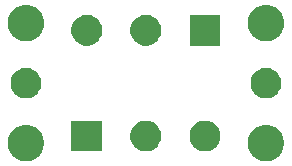
<source format=gbr>
G04 #@! TF.GenerationSoftware,KiCad,Pcbnew,5.1.5-52549c5~86~ubuntu18.04.1*
G04 #@! TF.CreationDate,2020-10-02T17:19:18-05:00*
G04 #@! TF.ProjectId,B04,4230342e-6b69-4636-9164-5f7063625858,rev?*
G04 #@! TF.SameCoordinates,Original*
G04 #@! TF.FileFunction,Soldermask,Top*
G04 #@! TF.FilePolarity,Negative*
%FSLAX46Y46*%
G04 Gerber Fmt 4.6, Leading zero omitted, Abs format (unit mm)*
G04 Created by KiCad (PCBNEW 5.1.5-52549c5~86~ubuntu18.04.1) date 2020-10-02 17:19:18*
%MOMM*%
%LPD*%
G04 APERTURE LIST*
%ADD10C,0.100000*%
G04 APERTURE END LIST*
D10*
G36*
X24112585Y-32448802D02*
G01*
X24262410Y-32478604D01*
X24544674Y-32595521D01*
X24798705Y-32765259D01*
X25014741Y-32981295D01*
X25184479Y-33235326D01*
X25301396Y-33517590D01*
X25301396Y-33517591D01*
X25347643Y-33750087D01*
X25361000Y-33817240D01*
X25361000Y-34122760D01*
X25301396Y-34422410D01*
X25184479Y-34704674D01*
X25014741Y-34958705D01*
X24798705Y-35174741D01*
X24544674Y-35344479D01*
X24262410Y-35461396D01*
X24112585Y-35491198D01*
X23962761Y-35521000D01*
X23657239Y-35521000D01*
X23507415Y-35491198D01*
X23357590Y-35461396D01*
X23075326Y-35344479D01*
X22821295Y-35174741D01*
X22605259Y-34958705D01*
X22435521Y-34704674D01*
X22318604Y-34422410D01*
X22259000Y-34122760D01*
X22259000Y-33817240D01*
X22272358Y-33750087D01*
X22318604Y-33517591D01*
X22318604Y-33517590D01*
X22435521Y-33235326D01*
X22605259Y-32981295D01*
X22821295Y-32765259D01*
X23075326Y-32595521D01*
X23357590Y-32478604D01*
X23507415Y-32448802D01*
X23657239Y-32419000D01*
X23962761Y-32419000D01*
X24112585Y-32448802D01*
G37*
G36*
X44432585Y-32448802D02*
G01*
X44582410Y-32478604D01*
X44864674Y-32595521D01*
X45118705Y-32765259D01*
X45334741Y-32981295D01*
X45504479Y-33235326D01*
X45621396Y-33517590D01*
X45621396Y-33517591D01*
X45667643Y-33750087D01*
X45681000Y-33817240D01*
X45681000Y-34122760D01*
X45621396Y-34422410D01*
X45504479Y-34704674D01*
X45334741Y-34958705D01*
X45118705Y-35174741D01*
X44864674Y-35344479D01*
X44582410Y-35461396D01*
X44432585Y-35491198D01*
X44282761Y-35521000D01*
X43977239Y-35521000D01*
X43827415Y-35491198D01*
X43677590Y-35461396D01*
X43395326Y-35344479D01*
X43141295Y-35174741D01*
X42925259Y-34958705D01*
X42755521Y-34704674D01*
X42638604Y-34422410D01*
X42579000Y-34122760D01*
X42579000Y-33817240D01*
X42592358Y-33750087D01*
X42638604Y-33517591D01*
X42638604Y-33517590D01*
X42755521Y-33235326D01*
X42925259Y-32981295D01*
X43141295Y-32765259D01*
X43395326Y-32595521D01*
X43677590Y-32478604D01*
X43827415Y-32448802D01*
X43977239Y-32419000D01*
X44282761Y-32419000D01*
X44432585Y-32448802D01*
G37*
G36*
X39349487Y-32119596D02*
G01*
X39586253Y-32217668D01*
X39586255Y-32217669D01*
X39799339Y-32360047D01*
X39980553Y-32541261D01*
X40122932Y-32754347D01*
X40221004Y-32991113D01*
X40271000Y-33242461D01*
X40271000Y-33498739D01*
X40221004Y-33750087D01*
X40193188Y-33817240D01*
X40122931Y-33986855D01*
X39980553Y-34199939D01*
X39799339Y-34381153D01*
X39586255Y-34523531D01*
X39586254Y-34523532D01*
X39586253Y-34523532D01*
X39349487Y-34621604D01*
X39098139Y-34671600D01*
X38841861Y-34671600D01*
X38590513Y-34621604D01*
X38353747Y-34523532D01*
X38353746Y-34523532D01*
X38353745Y-34523531D01*
X38140661Y-34381153D01*
X37959447Y-34199939D01*
X37817069Y-33986855D01*
X37746812Y-33817240D01*
X37718996Y-33750087D01*
X37669000Y-33498739D01*
X37669000Y-33242461D01*
X37718996Y-32991113D01*
X37817068Y-32754347D01*
X37959447Y-32541261D01*
X38140661Y-32360047D01*
X38353745Y-32217669D01*
X38353747Y-32217668D01*
X38590513Y-32119596D01*
X38841861Y-32069600D01*
X39098139Y-32069600D01*
X39349487Y-32119596D01*
G37*
G36*
X30271000Y-34671600D02*
G01*
X27669000Y-34671600D01*
X27669000Y-32069600D01*
X30271000Y-32069600D01*
X30271000Y-34671600D01*
G37*
G36*
X34349487Y-32119596D02*
G01*
X34586253Y-32217668D01*
X34586255Y-32217669D01*
X34799339Y-32360047D01*
X34980553Y-32541261D01*
X35122932Y-32754347D01*
X35221004Y-32991113D01*
X35271000Y-33242461D01*
X35271000Y-33498739D01*
X35221004Y-33750087D01*
X35193188Y-33817240D01*
X35122931Y-33986855D01*
X34980553Y-34199939D01*
X34799339Y-34381153D01*
X34586255Y-34523531D01*
X34586254Y-34523532D01*
X34586253Y-34523532D01*
X34349487Y-34621604D01*
X34098139Y-34671600D01*
X33841861Y-34671600D01*
X33590513Y-34621604D01*
X33353747Y-34523532D01*
X33353746Y-34523532D01*
X33353745Y-34523531D01*
X33140661Y-34381153D01*
X32959447Y-34199939D01*
X32817069Y-33986855D01*
X32746812Y-33817240D01*
X32718996Y-33750087D01*
X32669000Y-33498739D01*
X32669000Y-33242461D01*
X32718996Y-32991113D01*
X32817068Y-32754347D01*
X32959447Y-32541261D01*
X33140661Y-32360047D01*
X33353745Y-32217669D01*
X33353747Y-32217668D01*
X33590513Y-32119596D01*
X33841861Y-32069600D01*
X34098139Y-32069600D01*
X34349487Y-32119596D01*
G37*
G36*
X24189393Y-27639304D02*
G01*
X24426101Y-27737352D01*
X24426103Y-27737353D01*
X24639135Y-27879696D01*
X24820304Y-28060865D01*
X24962647Y-28273897D01*
X24962648Y-28273899D01*
X25060696Y-28510607D01*
X25110680Y-28761893D01*
X25110680Y-29018107D01*
X25060696Y-29269393D01*
X24962648Y-29506101D01*
X24962647Y-29506103D01*
X24820304Y-29719135D01*
X24639135Y-29900304D01*
X24426103Y-30042647D01*
X24426102Y-30042648D01*
X24426101Y-30042648D01*
X24189393Y-30140696D01*
X23938107Y-30190680D01*
X23681893Y-30190680D01*
X23430607Y-30140696D01*
X23193899Y-30042648D01*
X23193898Y-30042648D01*
X23193897Y-30042647D01*
X22980865Y-29900304D01*
X22799696Y-29719135D01*
X22657353Y-29506103D01*
X22657352Y-29506101D01*
X22559304Y-29269393D01*
X22509320Y-29018107D01*
X22509320Y-28761893D01*
X22559304Y-28510607D01*
X22657352Y-28273899D01*
X22657353Y-28273897D01*
X22799696Y-28060865D01*
X22980865Y-27879696D01*
X23193897Y-27737353D01*
X23193899Y-27737352D01*
X23430607Y-27639304D01*
X23681893Y-27589320D01*
X23938107Y-27589320D01*
X24189393Y-27639304D01*
G37*
G36*
X44509393Y-27639304D02*
G01*
X44746101Y-27737352D01*
X44746103Y-27737353D01*
X44959135Y-27879696D01*
X45140304Y-28060865D01*
X45282647Y-28273897D01*
X45282648Y-28273899D01*
X45380696Y-28510607D01*
X45430680Y-28761893D01*
X45430680Y-29018107D01*
X45380696Y-29269393D01*
X45282648Y-29506101D01*
X45282647Y-29506103D01*
X45140304Y-29719135D01*
X44959135Y-29900304D01*
X44746103Y-30042647D01*
X44746102Y-30042648D01*
X44746101Y-30042648D01*
X44509393Y-30140696D01*
X44258107Y-30190680D01*
X44001893Y-30190680D01*
X43750607Y-30140696D01*
X43513899Y-30042648D01*
X43513898Y-30042648D01*
X43513897Y-30042647D01*
X43300865Y-29900304D01*
X43119696Y-29719135D01*
X42977353Y-29506103D01*
X42977352Y-29506101D01*
X42879304Y-29269393D01*
X42829320Y-29018107D01*
X42829320Y-28761893D01*
X42879304Y-28510607D01*
X42977352Y-28273899D01*
X42977353Y-28273897D01*
X43119696Y-28060865D01*
X43300865Y-27879696D01*
X43513897Y-27737353D01*
X43513899Y-27737352D01*
X43750607Y-27639304D01*
X44001893Y-27589320D01*
X44258107Y-27589320D01*
X44509393Y-27639304D01*
G37*
G36*
X34349487Y-23158396D02*
G01*
X34586253Y-23256468D01*
X34586255Y-23256469D01*
X34737593Y-23357590D01*
X34799339Y-23398847D01*
X34980553Y-23580061D01*
X35122932Y-23793147D01*
X35221004Y-24029913D01*
X35271000Y-24281261D01*
X35271000Y-24537539D01*
X35221004Y-24788887D01*
X35216937Y-24798705D01*
X35122931Y-25025655D01*
X34980553Y-25238739D01*
X34799339Y-25419953D01*
X34586255Y-25562331D01*
X34586254Y-25562332D01*
X34586253Y-25562332D01*
X34349487Y-25660404D01*
X34098139Y-25710400D01*
X33841861Y-25710400D01*
X33590513Y-25660404D01*
X33353747Y-25562332D01*
X33353746Y-25562332D01*
X33353745Y-25562331D01*
X33140661Y-25419953D01*
X32959447Y-25238739D01*
X32817069Y-25025655D01*
X32723063Y-24798705D01*
X32718996Y-24788887D01*
X32669000Y-24537539D01*
X32669000Y-24281261D01*
X32718996Y-24029913D01*
X32817068Y-23793147D01*
X32959447Y-23580061D01*
X33140661Y-23398847D01*
X33202407Y-23357590D01*
X33353745Y-23256469D01*
X33353747Y-23256468D01*
X33590513Y-23158396D01*
X33841861Y-23108400D01*
X34098139Y-23108400D01*
X34349487Y-23158396D01*
G37*
G36*
X40271000Y-25710400D02*
G01*
X37669000Y-25710400D01*
X37669000Y-23108400D01*
X40271000Y-23108400D01*
X40271000Y-25710400D01*
G37*
G36*
X29349487Y-23158396D02*
G01*
X29586253Y-23256468D01*
X29586255Y-23256469D01*
X29737593Y-23357590D01*
X29799339Y-23398847D01*
X29980553Y-23580061D01*
X30122932Y-23793147D01*
X30221004Y-24029913D01*
X30271000Y-24281261D01*
X30271000Y-24537539D01*
X30221004Y-24788887D01*
X30216937Y-24798705D01*
X30122931Y-25025655D01*
X29980553Y-25238739D01*
X29799339Y-25419953D01*
X29586255Y-25562331D01*
X29586254Y-25562332D01*
X29586253Y-25562332D01*
X29349487Y-25660404D01*
X29098139Y-25710400D01*
X28841861Y-25710400D01*
X28590513Y-25660404D01*
X28353747Y-25562332D01*
X28353746Y-25562332D01*
X28353745Y-25562331D01*
X28140661Y-25419953D01*
X27959447Y-25238739D01*
X27817069Y-25025655D01*
X27723063Y-24798705D01*
X27718996Y-24788887D01*
X27669000Y-24537539D01*
X27669000Y-24281261D01*
X27718996Y-24029913D01*
X27817068Y-23793147D01*
X27959447Y-23580061D01*
X28140661Y-23398847D01*
X28202407Y-23357590D01*
X28353745Y-23256469D01*
X28353747Y-23256468D01*
X28590513Y-23158396D01*
X28841861Y-23108400D01*
X29098139Y-23108400D01*
X29349487Y-23158396D01*
G37*
G36*
X24112585Y-22288802D02*
G01*
X24262410Y-22318604D01*
X24544674Y-22435521D01*
X24798705Y-22605259D01*
X25014741Y-22821295D01*
X25184479Y-23075326D01*
X25301396Y-23357590D01*
X25331198Y-23507415D01*
X25361000Y-23657239D01*
X25361000Y-23962761D01*
X25331198Y-24112585D01*
X25301396Y-24262410D01*
X25184479Y-24544674D01*
X25014741Y-24798705D01*
X24798705Y-25014741D01*
X24544674Y-25184479D01*
X24262410Y-25301396D01*
X24112585Y-25331198D01*
X23962761Y-25361000D01*
X23657239Y-25361000D01*
X23507415Y-25331198D01*
X23357590Y-25301396D01*
X23075326Y-25184479D01*
X22821295Y-25014741D01*
X22605259Y-24798705D01*
X22435521Y-24544674D01*
X22318604Y-24262410D01*
X22288802Y-24112585D01*
X22259000Y-23962761D01*
X22259000Y-23657239D01*
X22288802Y-23507415D01*
X22318604Y-23357590D01*
X22435521Y-23075326D01*
X22605259Y-22821295D01*
X22821295Y-22605259D01*
X23075326Y-22435521D01*
X23357590Y-22318604D01*
X23507415Y-22288802D01*
X23657239Y-22259000D01*
X23962761Y-22259000D01*
X24112585Y-22288802D01*
G37*
G36*
X44432585Y-22288802D02*
G01*
X44582410Y-22318604D01*
X44864674Y-22435521D01*
X45118705Y-22605259D01*
X45334741Y-22821295D01*
X45504479Y-23075326D01*
X45621396Y-23357590D01*
X45651198Y-23507415D01*
X45681000Y-23657239D01*
X45681000Y-23962761D01*
X45651198Y-24112585D01*
X45621396Y-24262410D01*
X45504479Y-24544674D01*
X45334741Y-24798705D01*
X45118705Y-25014741D01*
X44864674Y-25184479D01*
X44582410Y-25301396D01*
X44432585Y-25331198D01*
X44282761Y-25361000D01*
X43977239Y-25361000D01*
X43827415Y-25331198D01*
X43677590Y-25301396D01*
X43395326Y-25184479D01*
X43141295Y-25014741D01*
X42925259Y-24798705D01*
X42755521Y-24544674D01*
X42638604Y-24262410D01*
X42608802Y-24112585D01*
X42579000Y-23962761D01*
X42579000Y-23657239D01*
X42608802Y-23507415D01*
X42638604Y-23357590D01*
X42755521Y-23075326D01*
X42925259Y-22821295D01*
X43141295Y-22605259D01*
X43395326Y-22435521D01*
X43677590Y-22318604D01*
X43827415Y-22288802D01*
X43977239Y-22259000D01*
X44282761Y-22259000D01*
X44432585Y-22288802D01*
G37*
M02*

</source>
